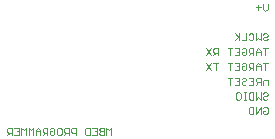
<source format=gbo>
G04*
G04 #@! TF.GenerationSoftware,Altium Limited,Altium Designer,18.1.7 (191)*
G04*
G04 Layer_Color=32896*
%FSLAX43Y43*%
%MOMM*%
G71*
G01*
G75*
%ADD15C,0.120*%
D15*
X24380Y12470D02*
Y12070D01*
X24180Y11870D01*
X23980Y12070D01*
Y12470D01*
X23780Y12170D02*
X23380D01*
X23580Y12370D02*
Y11970D01*
X24380Y5620D02*
Y6020D01*
X24080D01*
X23980Y5920D01*
Y5620D01*
X23780D02*
Y6220D01*
X23480D01*
X23380Y6120D01*
Y5920D01*
X23480Y5820D01*
X23780D01*
X23580D02*
X23380Y5620D01*
X22781Y6220D02*
X23180D01*
Y5620D01*
X22781D01*
X23180Y5920D02*
X22980D01*
X22181Y6120D02*
X22281Y6220D01*
X22481D01*
X22581Y6120D01*
Y6020D01*
X22481Y5920D01*
X22281D01*
X22181Y5820D01*
Y5720D01*
X22281Y5620D01*
X22481D01*
X22581Y5720D01*
X21581Y6220D02*
X21981D01*
Y5620D01*
X21581D01*
X21981Y5920D02*
X21781D01*
X21381Y6220D02*
X20981D01*
X21181D01*
Y5620D01*
X23980Y4870D02*
X24080Y4970D01*
X24280D01*
X24380Y4870D01*
Y4770D01*
X24280Y4670D01*
X24080D01*
X23980Y4570D01*
Y4470D01*
X24080Y4370D01*
X24280D01*
X24380Y4470D01*
X23780Y4970D02*
Y4370D01*
X23580Y4570D01*
X23380Y4370D01*
Y4970D01*
X23180D02*
Y4370D01*
X22880D01*
X22781Y4470D01*
Y4870D01*
X22880Y4970D01*
X23180D01*
X22581D02*
X22381D01*
X22481D01*
Y4370D01*
X22581D01*
X22381D01*
X21781Y4970D02*
X21981D01*
X22081Y4870D01*
Y4470D01*
X21981Y4370D01*
X21781D01*
X21681Y4470D01*
Y4870D01*
X21781Y4970D01*
X23980Y3620D02*
X24080Y3720D01*
X24280D01*
X24380Y3620D01*
Y3220D01*
X24280Y3120D01*
X24080D01*
X23980Y3220D01*
Y3420D01*
X24180D01*
X23780Y3120D02*
Y3720D01*
X23380Y3120D01*
Y3720D01*
X23180D02*
Y3120D01*
X22880D01*
X22781Y3220D01*
Y3620D01*
X22880Y3720D01*
X23180D01*
X11130Y1370D02*
Y1970D01*
X10930Y1770D01*
X10730Y1970D01*
Y1370D01*
X10530Y1970D02*
Y1370D01*
X10230D01*
X10130Y1470D01*
Y1570D01*
X10230Y1670D01*
X10530D01*
X10230D01*
X10130Y1770D01*
Y1870D01*
X10230Y1970D01*
X10530D01*
X9531D02*
X9930D01*
Y1370D01*
X9531D01*
X9930Y1670D02*
X9730D01*
X9331Y1970D02*
Y1370D01*
X9031D01*
X8931Y1470D01*
Y1870D01*
X9031Y1970D01*
X9331D01*
X8131Y1370D02*
Y1970D01*
X7831D01*
X7731Y1870D01*
Y1670D01*
X7831Y1570D01*
X8131D01*
X7531Y1370D02*
Y1970D01*
X7231D01*
X7131Y1870D01*
Y1670D01*
X7231Y1570D01*
X7531D01*
X7331D02*
X7131Y1370D01*
X6631Y1970D02*
X6831D01*
X6931Y1870D01*
Y1470D01*
X6831Y1370D01*
X6631D01*
X6531Y1470D01*
Y1870D01*
X6631Y1970D01*
X5932Y1870D02*
X6032Y1970D01*
X6232D01*
X6332Y1870D01*
Y1470D01*
X6232Y1370D01*
X6032D01*
X5932Y1470D01*
Y1670D01*
X6132D01*
X5732Y1370D02*
Y1970D01*
X5432D01*
X5332Y1870D01*
Y1670D01*
X5432Y1570D01*
X5732D01*
X5532D02*
X5332Y1370D01*
X5132D02*
Y1770D01*
X4932Y1970D01*
X4732Y1770D01*
Y1370D01*
Y1670D01*
X5132D01*
X4532Y1370D02*
Y1970D01*
X4332Y1770D01*
X4132Y1970D01*
Y1370D01*
X3932D02*
Y1970D01*
X3732Y1770D01*
X3532Y1970D01*
Y1370D01*
X2933Y1970D02*
X3333D01*
Y1370D01*
X2933D01*
X3333Y1670D02*
X3133D01*
X2733Y1370D02*
Y1970D01*
X2433D01*
X2333Y1870D01*
Y1670D01*
X2433Y1570D01*
X2733D01*
X2533D02*
X2333Y1370D01*
X24380Y8720D02*
X23980D01*
X24180D01*
Y8120D01*
X23780D02*
Y8520D01*
X23580Y8720D01*
X23380Y8520D01*
Y8120D01*
Y8420D01*
X23780D01*
X23180Y8120D02*
Y8720D01*
X22880D01*
X22781Y8620D01*
Y8420D01*
X22880Y8320D01*
X23180D01*
X22980D02*
X22781Y8120D01*
X22181Y8620D02*
X22281Y8720D01*
X22481D01*
X22581Y8620D01*
Y8220D01*
X22481Y8120D01*
X22281D01*
X22181Y8220D01*
Y8420D01*
X22381D01*
X21581Y8720D02*
X21981D01*
Y8120D01*
X21581D01*
X21981Y8420D02*
X21781D01*
X21381Y8720D02*
X20981D01*
X21181D01*
Y8120D01*
X20181D02*
Y8720D01*
X19881D01*
X19781Y8620D01*
Y8420D01*
X19881Y8320D01*
X20181D01*
X19981D02*
X19781Y8120D01*
X19582Y8720D02*
X19182Y8120D01*
Y8720D02*
X19582Y8120D01*
X24380Y7470D02*
X23980D01*
X24180D01*
Y6870D01*
X23780D02*
Y7270D01*
X23580Y7470D01*
X23380Y7270D01*
Y6870D01*
Y7170D01*
X23780D01*
X23180Y6870D02*
Y7470D01*
X22880D01*
X22781Y7370D01*
Y7170D01*
X22880Y7070D01*
X23180D01*
X22980D02*
X22781Y6870D01*
X22181Y7370D02*
X22281Y7470D01*
X22481D01*
X22581Y7370D01*
Y6970D01*
X22481Y6870D01*
X22281D01*
X22181Y6970D01*
Y7170D01*
X22381D01*
X21581Y7470D02*
X21981D01*
Y6870D01*
X21581D01*
X21981Y7170D02*
X21781D01*
X21381Y7470D02*
X20981D01*
X21181D01*
Y6870D01*
X20181Y7470D02*
X19781D01*
X19981D01*
Y6870D01*
X19582Y7470D02*
X19182Y6870D01*
Y7470D02*
X19582Y6870D01*
X23980Y9870D02*
X24080Y9970D01*
X24280D01*
X24380Y9870D01*
Y9770D01*
X24280Y9670D01*
X24080D01*
X23980Y9570D01*
Y9470D01*
X24080Y9370D01*
X24280D01*
X24380Y9470D01*
X23780Y9970D02*
Y9370D01*
X23580Y9570D01*
X23380Y9370D01*
Y9970D01*
X22781Y9870D02*
X22880Y9970D01*
X23080D01*
X23180Y9870D01*
Y9470D01*
X23080Y9370D01*
X22880D01*
X22781Y9470D01*
X22581Y9970D02*
Y9370D01*
X22181D01*
X21981Y9970D02*
Y9370D01*
Y9570D01*
X21581Y9970D01*
X21881Y9670D01*
X21581Y9370D01*
M02*

</source>
